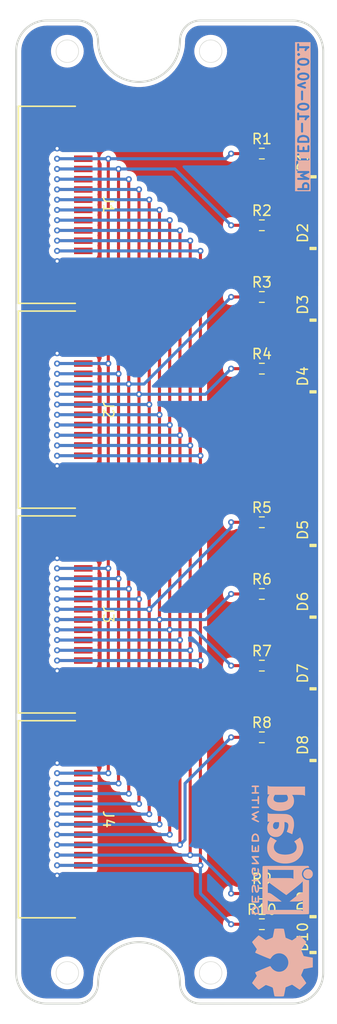
<source format=kicad_pcb>
(kicad_pcb (version 20240108) (generator "pcbnew") (generator_version "8.0")
  (title_block (title "${article} v${version}"))
  (layers (0 "F.Cu" signal) (31 "B.Cu" signal) (34 "B.Paste" user) (35 "F.Paste" user) (36 "B.SilkS" user "B.Silkscreen") (37 "F.SilkS" user "F.Silkscreen") (38 "B.Mask" user) (39 "F.Mask" user) (44 "Edge.Cuts" user))
  (property "article" "PM_LED-10")
  (property "version" "0.0.1")
  (net 0 "")
  (net 1 "GND")
  (net 2 "Net-(D9-A)")
  (net 3 "Net-(D10-A)")
  (net 4 "Net-(D1-A)")
  (net 5 "Net-(D2-A)")
  (net 6 "Net-(D3-A)")
  (net 7 "Net-(D4-A)")
  (net 8 "Net-(D5-A)")
  (net 9 "Net-(D6-A)")
  (net 10 "Net-(D7-A)")
  (net 11 "Net-(D8-A)")
  (net 12 "/LED2")
  (net 13 "/LED3")
  (net 14 "/LED4")
  (net 15 "/LED7")
  (net 16 "/LED5")
  (net 17 "/LED0")
  (net 18 "/LED1")
  (net 19 "/LED6")
  (net 20 "/LED9")
  (net 21 "/LED8")
  (footprint "Resistor_SMD:R_0603_1608Metric" (layer "F.Cu") (at 74.8 101.8)
    (property "Reference" "R5" (at 0 -1.43 0) (layer "F.SilkS"))
    (property "Value" "R")
    (pad "1" smd roundrect (at -0.825 0) (size 0.8 0.95) (layers "F.Cu" "F.Paste" "F.Mask") (net 14 "/LED4"))
    (pad "2" smd roundrect (at 0.825 0) (size 0.8 0.95) (layers "F.Cu" "F.Paste" "F.Mask") (net 8 "Net-(D5-A)"))
  )
  (footprint "kicad_inventree_lib:MountingHole_M2" (layer "F.Cu") (at 55.8 145.8)
    (property "Reference" "H4" (hide yes))
    (property "Value" "MountingHole_M2")
    (fp_circle (center 0 0) (end 1.1 0) (stroke (width 0.05)) (fill none) (layer "Edge.Cuts"))
  )
  (footprint "Resistor_SMD:R_0603_1608Metric" (layer "F.Cu") (at 74.8 141.05)
    (property "Reference" "R10" (at 0 -1.43 0) (layer "F.SilkS"))
    (property "Value" "R")
    (pad "1" smd roundrect (at -0.825 0) (size 0.8 0.95) (layers "F.Cu" "F.Paste" "F.Mask") (net 20 "/LED9"))
    (pad "2" smd roundrect (at 0.825 0) (size 0.8 0.95) (layers "F.Cu" "F.Paste" "F.Mask") (net 3 "Net-(D10-A)"))
  )
  (footprint "kicad_inventree_lib:XL-1606" (layer "F.Cu") (at 79.8 73.55 90)
    (property "Reference" "D2" (at 0 -1 90) (layer "F.SilkS"))
    (property "Value" "XL-1606SYGC" (hide yes))
    (pad "1" smd rect (at -0.815 0 90) (size 0.77 0.48) (layers "F.Cu" "F.Paste" "F.Mask") (net 1 "GND"))
    (pad "2" smd rect (at 0.815 0 90) (size 0.77 0.48) (layers "F.Cu" "F.Paste" "F.Mask") (net 5 "Net-(D2-A)"))
  )
  (footprint "kicad_inventree_lib:XL-1606" (layer "F.Cu") (at 79.8 80.55 90)
    (property "Reference" "D3" (at 0 -1 90) (layer "F.SilkS"))
    (property "Value" "XL-1606SYGC" (hide yes))
    (pad "1" smd rect (at -0.815 0 90) (size 0.77 0.48) (layers "F.Cu" "F.Paste" "F.Mask") (net 1 "GND"))
    (pad "2" smd rect (at 0.815 0 90) (size 0.77 0.48) (layers "F.Cu" "F.Paste" "F.Mask") (net 6 "Net-(D3-A)"))
  )
  (footprint "Resistor_SMD:R_0603_1608Metric" (layer "F.Cu") (at 74.8 138.05)
    (property "Reference" "R9" (at 0 -1.43 0) (layer "F.SilkS"))
    (property "Value" "R")
    (pad "1" smd roundrect (at -0.825 0) (size 0.8 0.95) (layers "F.Cu" "F.Paste" "F.Mask") (net 21 "/LED8"))
    (pad "2" smd roundrect (at 0.825 0) (size 0.8 0.95) (layers "F.Cu" "F.Paste" "F.Mask") (net 2 "Net-(D9-A)"))
  )
  (footprint "Resistor_SMD:R_0603_1608Metric" (layer "F.Cu") (at 74.8 79.8)
    (property "Reference" "R3" (at 0 -1.43 0) (layer "F.SilkS"))
    (property "Value" "R")
    (pad "1" smd roundrect (at -0.825 0) (size 0.8 0.95) (layers "F.Cu" "F.Paste" "F.Mask") (net 12 "/LED2"))
    (pad "2" smd roundrect (at 0.825 0) (size 0.8 0.95) (layers "F.Cu" "F.Paste" "F.Mask") (net 6 "Net-(D3-A)"))
  )
  (footprint "Resistor_SMD:R_0603_1608Metric" (layer "F.Cu") (at 74.8 86.8)
    (property "Reference" "R4" (at 0 -1.43 0) (layer "F.SilkS"))
    (property "Value" "R")
    (pad "1" smd roundrect (at -0.825 0) (size 0.8 0.95) (layers "F.Cu" "F.Paste" "F.Mask") (net 13 "/LED3"))
    (pad "2" smd roundrect (at 0.825 0) (size 0.8 0.95) (layers "F.Cu" "F.Paste" "F.Mask") (net 7 "Net-(D4-A)"))
  )
  (footprint "kicad_inventree_lib:CONN10_AFA07-S12_JUS" (layer "F.Cu") (at 53.8 70.8 -90)
    (property "Reference" "J1" (at 0 -6 -90) (layer "F.SilkS"))
    (property "Value" "AFA07-S12FCC-00")
    (pad "1" smd rect (at -5.499992 -3.556 270) (size 0.635 1.8034) (layers "F.Cu" "F.Paste" "F.Mask") (net 1 "GND"))
    (pad "2" smd rect (at -4.499994 -3.556 270) (size 0.635 1.8034) (layers "F.Cu" "F.Paste" "F.Mask") (net 17 "/LED0"))
    (pad "3" smd rect (at -3.499996 -3.556 270) (size 0.635 1.8034) (layers "F.Cu" "F.Paste" "F.Mask") (net 18 "/LED1"))
    (pad "4" smd rect (at -2.499998 -3.556 270) (size 0.635 1.8034) (layers "F.Cu" "F.Paste" "F.Mask") (net 12 "/LED2"))
    (pad "5" smd rect (at -1.5 -3.556 270) (size 0.635 1.8034) (layers "F.Cu" "F.Paste" "F.Mask") (net 13 "/LED3"))
    (pad "6" smd rect (at -0.5 -3.556 270) (size 0.635 1.8034) (layers "F.Cu" "F.Paste" "F.Mask") (net 14 "/LED4"))
    (pad "7" smd rect (at 0.5 -3.556 270) (size 0.635 1.8034) (layers "F.Cu" "F.Paste" "F.Mask") (net 16 "/LED5"))
    (pad "8" smd rect (at 1.5 -3.556 270) (size 0.635 1.8034) (layers "F.Cu" "F.Paste" "F.Mask") (net 19 "/LED6"))
    (pad "9" smd rect (at 2.499998 -3.556 270) (size 0.635 1.8034) (layers "F.Cu" "F.Paste" "F.Mask") (net 15 "/LED7"))
    (pad "10" smd rect (at 3.499996 -3.556 270) (size 0.635 1.8034) (layers "F.Cu" "F.Paste" "F.Mask") (net 21 "/LED8"))
    (pad "11" smd rect (at 4.499994 -3.556 270) (size 0.635 1.8034) (layers "F.Cu" "F.Paste" "F.Mask") (net 20 "/LED9"))
    (pad "12" smd rect (at 5.499992 -3.556 270) (size 0.635 1.8034) (layers "F.Cu" "F.Paste" "F.Mask") (net 1 "GND"))
    (pad "13" smd rect (at -7.850003 -1.385999 270) (size 2.5908 2.9972) (layers "F.Cu" "F.Paste" "F.Mask") (net 1 "GND"))
    (pad "13" smd rect (at 7.850003 -1.385999 270) (size 2.5908 2.9972) (layers "F.Cu" "F.Paste" "F.Mask") (net 1 "GND"))
  )
  (footprint "kicad_inventree_lib:XL-1606" (layer "F.Cu") (at 79.8 123.55 90)
    (property "Reference" "D8" (at 0 -1 90) (layer "F.SilkS"))
    (property "Value" "XL-1606SYGC" (hide yes))
    (pad "1" smd rect (at -0.815 0 90) (size 0.77 0.48) (layers "F.Cu" "F.Paste" "F.Mask") (net 1 "GND"))
    (pad "2" smd rect (at 0.815 0 90) (size 0.77 0.48) (layers "F.Cu" "F.Paste" "F.Mask") (net 11 "Net-(D8-A)"))
  )
  (footprint "Resistor_SMD:R_0603_1608Metric" (layer "F.Cu") (at 74.8 115.8)
    (property "Reference" "R7" (at 0 -1.43 0) (layer "F.SilkS"))
    (property "Value" "R")
    (pad "1" smd roundrect (at -0.825 0) (size 0.8 0.95) (layers "F.Cu" "F.Paste" "F.Mask") (net 19 "/LED6"))
    (pad "2" smd roundrect (at 0.825 0) (size 0.8 0.95) (layers "F.Cu" "F.Paste" "F.Mask") (net 10 "Net-(D7-A)"))
  )
  (footprint "kicad_inventree_lib:MountingHole_M2" (layer "F.Cu") (at 69.8 145.8)
    (property "Reference" "H3" (hide yes))
    (property "Value" "MountingHole_M2")
    (fp_circle (center 0 0) (end 1.1 0) (stroke (width 0.05)) (fill none) (layer "Edge.Cuts"))
  )
  (footprint "kicad_inventree_lib:XL-1606" (layer "F.Cu") (at 79.8 116.55 90)
    (property "Reference" "D7" (at 0 -1 90) (layer "F.SilkS"))
    (property "Value" "XL-1606SYGC" (hide yes))
    (pad "1" smd rect (at -0.815 0 90) (size 0.77 0.48) (layers "F.Cu" "F.Paste" "F.Mask") (net 1 "GND"))
    (pad "2" smd rect (at 0.815 0 90) (size 0.77 0.48) (layers "F.Cu" "F.Paste" "F.Mask") (net 10 "Net-(D7-A)"))
  )
  (footprint "kicad_inventree_lib:XL-1606" (layer "F.Cu") (at 79.8 138.8 90)
    (property "Reference" "D9" (at 0 -1 90) (layer "F.SilkS"))
    (property "Value" "XL-1606SYGC" (hide yes))
    (pad "1" smd rect (at -0.815 0 90) (size 0.77 0.48) (layers "F.Cu" "F.Paste" "F.Mask") (net 1 "GND"))
    (pad "2" smd rect (at 0.815 0 90) (size 0.77 0.48) (layers "F.Cu" "F.Paste" "F.Mask") (net 2 "Net-(D9-A)"))
  )
  (footprint "kicad_inventree_lib:XL-1606" (layer "F.Cu") (at 79.8 66.55 90)
    (property "Reference" "D1" (at 0 -1 90) (layer "F.SilkS"))
    (property "Value" "XL-1606SYGC" (hide yes))
    (pad "1" smd rect (at -0.815 0 90) (size 0.77 0.48) (layers "F.Cu" "F.Paste" "F.Mask") (net 1 "GND"))
    (pad "2" smd rect (at 0.815 0 90) (size 0.77 0.48) (layers "F.Cu" "F.Paste" "F.Mask") (net 4 "Net-(D1-A)"))
  )
  (footprint "kicad_inventree_lib:XL-1606" (layer "F.Cu") (at 79.8 87.55 90)
    (property "Reference" "D4" (at 0 -1 90) (layer "F.SilkS"))
    (property "Value" "XL-1606SYGC" (hide yes))
    (pad "1" smd rect (at -0.815 0 90) (size 0.77 0.48) (layers "F.Cu" "F.Paste" "F.Mask") (net 1 "GND"))
    (pad "2" smd rect (at 0.815 0 90) (size 0.77 0.48) (layers "F.Cu" "F.Paste" "F.Mask") (net 7 "Net-(D4-A)"))
  )
  (footprint "Resistor_SMD:R_0603_1608Metric" (layer "F.Cu") (at 74.8 122.8)
    (property "Reference" "R8" (at 0 -1.43 0) (layer "F.SilkS"))
    (property "Value" "R")
    (pad "1" smd roundrect (at -0.825 0) (size 0.8 0.95) (layers "F.Cu" "F.Paste" "F.Mask") (net 15 "/LED7"))
    (pad "2" smd roundrect (at 0.825 0) (size 0.8 0.95) (layers "F.Cu" "F.Paste" "F.Mask") (net 11 "Net-(D8-A)"))
  )
  (footprint "kicad_inventree_lib:XL-1606" (layer "F.Cu") (at 79.8 142.3 90)
    (property "Reference" "D10" (at 0 -1 90) (layer "F.SilkS"))
    (property "Value" "XL-1606SYGC" (hide yes))
    (pad "1" smd rect (at -0.815 0 90) (size 0.77 0.48) (layers "F.Cu" "F.Paste" "F.Mask") (net 1 "GND"))
    (pad "2" smd rect (at 0.815 0 90) (size 0.77 0.48) (layers "F.Cu" "F.Paste" "F.Mask") (net 3 "Net-(D10-A)"))
  )
  (footprint "Resistor_SMD:R_0603_1608Metric" (layer "F.Cu") (at 74.8 108.8)
    (property "Reference" "R6" (at 0 -1.43 0) (layer "F.SilkS"))
    (property "Value" "R")
    (pad "1" smd roundrect (at -0.825 0) (size 0.8 0.95) (layers "F.Cu" "F.Paste" "F.Mask") (net 16 "/LED5"))
    (pad "2" smd roundrect (at 0.825 0) (size 0.8 0.95) (layers "F.Cu" "F.Paste" "F.Mask") (net 9 "Net-(D6-A)"))
  )
  (footprint "kicad_inventree_lib:MountingHole_M2" (layer "F.Cu") (at 69.8 55.8)
    (property "Reference" "H1" (hide yes))
    (property "Value" "MountingHole_M2")
    (fp_circle (center 0 0) (end 1.1 0) (stroke (width 0.05)) (fill none) (layer "Edge.Cuts"))
  )
  (footprint "kicad_inventree_lib:CONN10_AFA07-S12_JUS" (layer "F.Cu") (at 53.8 110.8 -90)
    (property "Reference" "J3" (at 0 -6 -90) (layer "F.SilkS"))
    (property "Value" "AFA07-S12FCC-00")
    (pad "1" smd rect (at -5.499992 -3.556 270) (size 0.635 1.8034) (layers "F.Cu" "F.Paste" "F.Mask") (net 1 "GND"))
    (pad "2" smd rect (at -4.499994 -3.556 270) (size 0.635 1.8034) (layers "F.Cu" "F.Paste" "F.Mask") (net 17 "/LED0"))
    (pad "3" smd rect (at -3.499996 -3.556 270) (size 0.635 1.8034) (layers "F.Cu" "F.Paste" "F.Mask") (net 18 "/LED1"))
    (pad "4" smd rect (at -2.499998 -3.556 270) (size 0.635 1.8034) (layers "F.Cu" "F.Paste" "F.Mask") (net 12 "/LED2"))
    (pad "5" smd rect (at -1.5 -3.556 270) (size 0.635 1.8034) (layers "F.Cu" "F.Paste" "F.Mask") (net 13 "/LED3"))
    (pad "6" smd rect (at -0.5 -3.556 270) (size 0.635 1.8034) (layers "F.Cu" "F.Paste" "F.Mask") (net 14 "/LED4"))
    (pad "7" smd rect (at 0.5 -3.556 270) (size 0.635 1.8034) (layers "F.Cu" "F.Paste" "F.Mask") (net 16 "/LED5"))
    (pad "8" smd rect (at 1.5 -3.556 270) (size 0.635 1.8034) (layers "F.Cu" "F.Paste" "F.Mask") (net 19 "/LED6"))
    (pad "9" smd rect (at 2.499998 -3.556 270) (size 0.635 1.8034) (layers "F.Cu" "F.Paste" "F.Mask") (net 15 "/LED7"))
    (pad "10" smd rect (at 3.499996 -3.556 270) (size 0.635 1.8034) (layers "F.Cu" "F.Paste" "F.Mask") (net 21 "/LED8"))
    (pad "11" smd rect (at 4.499994 -3.556 270) (size 0.635 1.8034) (layers "F.Cu" "F.Paste" "F.Mask") (net 20 "/LED9"))
    (pad "12" smd rect (at 5.499992 -3.556 270) (size 0.635 1.8034) (layers "F.Cu" "F.Paste" "F.Mask") (net 1 "GND"))
    (pad "13" smd rect (at -7.850003 -1.385999 270) (size 2.5908 2.9972) (layers "F.Cu" "F.Paste" "F.Mask") (net 1 "GND"))
    (pad "13" smd rect (at 7.850003 -1.385999 270) (size 2.5908 2.9972) (layers "F.Cu" "F.Paste" "F.Mask") (net 1 "GND"))
  )
  (footprint "Resistor_SMD:R_0603_1608Metric" (layer "F.Cu") (at 74.8 65.8)
    (property "Reference" "R1" (at 0 -1.43 0) (layer "F.SilkS"))
    (property "Value" "R")
    (pad "1" smd roundrect (at -0.825 0) (size 0.8 0.95) (layers "F.Cu" "F.Paste" "F.Mask") (net 17 "/LED0"))
    (pad "2" smd roundrect (at 0.825 0) (size 0.8 0.95) (layers "F.Cu" "F.Paste" "F.Mask") (net 4 "Net-(D1-A)"))
  )
  (footprint "Resistor_SMD:R_0603_1608Metric" (layer "F.Cu") (at 74.8 72.8)
    (property "Reference" "R2" (at 0 -1.43 0) (layer "F.SilkS"))
    (property "Value" "R")
    (pad "1" smd roundrect (at -0.825 0) (size 0.8 0.95) (layers "F.Cu" "F.Paste" "F.Mask") (net 18 "/LED1"))
    (pad "2" smd roundrect (at 0.825 0) (size 0.8 0.95) (layers "F.Cu" "F.Paste" "F.Mask") (net 5 "Net-(D2-A)"))
  )
  (footprint "kicad_inventree_lib:CONN10_AFA07-S12_JUS" (layer "F.Cu") (at 53.8 90.8 -90)
    (property "Reference" "J2" (at 0 -6 -90) (layer "F.SilkS"))
    (property "Value" "AFA07-S12FCC-00")
    (pad "1" smd rect (at -5.499992 -3.556 270) (size 0.635 1.8034) (layers "F.Cu" "F.Paste" "F.Mask") (net 1 "GND"))
    (pad "2" smd rect (at -4.499994 -3.556 270) (size 0.635 1.8034) (layers "F.Cu" "F.Paste" "F.Mask") (net 17 "/LED0"))
    (pad "3" smd rect (at -3.499996 -3.556 270) (size 0.635 1.8034) (layers "F.Cu" "F.Paste" "F.Mask") (net 18 "/LED1"))
    (pad "4" smd rect (at -2.499998 -3.556 270) (size 0.635 1.8034) (layers "F.Cu" "F.Paste" "F.Mask") (net 12 "/LED2"))
    (pad "5" smd rect (at -1.5 -3.556 270) (size 0.635 1.8034) (layers "F.Cu" "F.Paste" "F.Mask") (net 13 "/LED3"))
    (pad "6" smd rect (at -0.5 -3.556 270) (size 0.635 1.8034) (layers "F.Cu" "F.Paste" "F.Mask") (net 14 "/LED4"))
    (pad "7" smd rect (at 0.5 -3.556 270) (size 0.635 1.8034) (layers "F.Cu" "F.Paste" "F.Mask") (net 16 "/LED5"))
    (pad "8" smd rect (at 1.5 -3.556 270) (size 0.635 1.8034) (layers "F.Cu" "F.Paste" "F.Mask") (net 19 "/LED6"))
    (pad "9" smd rect (at 2.499998 -3.556 270) (size 0.635 1.8034) (layers "F.Cu" "F.Paste" "F.Mask") (net 15 "/LED7"))
    (pad "10" smd rect (at 3.499996 -3.556 270) (size 0.635 1.8034) (layers "F.Cu" "F.Paste" "F.Mask") (net 21 "/LED8"))
    (pad "11" smd rect (at 4.499994 -3.556 270) (size 0.635 1.8034) (layers "F.Cu" "F.Paste" "F.Mask") (net 20 "/LED9"))
    (pad "12" smd rect (at 5.499992 -3.556 270) (size 0.635 1.8034) (layers "F.Cu" "F.Paste" "F.Mask") (net 1 "GND"))
    (pad "13" smd rect (at -7.850003 -1.385999 270) (size 2.5908 2.9972) (layers "F.Cu" "F.Paste" "F.Mask") (net 1 "GND"))
    (pad "13" smd rect (at 7.850003 -1.385999 270) (size 2.5908 2.9972) (layers "F.Cu" "F.Paste" "F.Mask") (net 1 "GND"))
  )
  (footprint "kicad_inventree_lib:XL-1606" (layer "F.Cu") (at 79.8 109.55 90)
    (property "Reference" "D6" (at 0 -1 90) (layer "F.SilkS"))
    (property "Value" "XL-1606SYGC" (hide yes))
    (pad "1" smd rect (at -0.815 0 90) (size 0.77 0.48) (layers "F.Cu" "F.Paste" "F.Mask") (net 1 "GND"))
    (pad "2" smd rect (at 0.815 0 90) (size 0.77 0.48) (layers "F.Cu" "F.Paste" "F.Mask") (net 9 "Net-(D6-A)"))
  )
  (footprint "kicad_inventree_lib:CONN10_AFA07-S12_JUS" (layer "F.Cu") (at 53.8 130.8 -90)
    (property "Reference" "J4" (at 0 -6 -90) (layer "F.SilkS"))
    (property "Value" "AFA07-S12FCC-00")
    (pad "1" smd rect (at -5.499992 -3.556 270) (size 0.635 1.8034) (layers "F.Cu" "F.Paste" "F.Mask") (net 1 "GND"))
    (pad "2" smd rect (at -4.499994 -3.556 270) (size 0.635 1.8034) (layers "F.Cu" "F.Paste" "F.Mask") (net 17 "/LED0"))
    (pad "3" smd rect (at -3.499996 -3.556 270) (size 0.635 1.8034) (layers "F.Cu" "F.Paste" "F.Mask") (net 18 "/LED1"))
    (pad "4" smd rect (at -2.499998 -3.556 270) (size 0.635 1.8034) (layers "F.Cu" "F.Paste" "F.Mask") (net 12 "/LED2"))
    (pad "5" smd rect (at -1.5 -3.556 270) (size 0.635 1.8034) (layers "F.Cu" "F.Paste" "F.Mask") (net 13 "/LED3"))
    (pad "6" smd rect (at -0.5 -3.556 270) (size 0.635 1.8034) (layers "F.Cu" "F.Paste" "F.Mask") (net 14 "/LED4"))
    (pad "7" smd rect (at 0.5 -3.556 270) (size 0.635 1.8034) (layers "F.Cu" "F.Paste" "F.Mask") (net 16 "/LED5"))
    (pad "8" smd rect (at 1.5 -3.556 270) (size 0.635 1.8034) (layers "F.Cu" "F.Paste" "F.Mask") (net 19 "/LED6"))
    (pad "9" smd rect (at 2.499998 -3.556 270) (size 0.635 1.8034) (layers "F.Cu" "F.Paste" "F.Mask") (net 15 "/LED7"))
    (pad "10" smd rect (at 3.499996 -3.556 270) (size 0.635 1.8034) (layers "F.Cu" "F.Paste" "F.Mask") (net 21 "/LED8"))
    (pad "11" smd rect (at 4.499994 -3.556 270) (size 0.635 1.8034) (layers "F.Cu" "F.Paste" "F.Mask") (net 20 "/LED9"))
    (pad "12" smd rect (at 5.499992 -3.556 270) (size 0.635 1.8034) (layers "F.Cu" "F.Paste" "F.Mask") (net 1 "GND"))
    (pad "13" smd rect (at -7.850003 -1.385999 270) (size 2.5908 2.9972) (layers "F.Cu" "F.Paste" "F.Mask") (net 1 "GND"))
    (pad "13" smd rect (at 7.850003 -1.385999 270) (size 2.5908 2.9972) (layers "F.Cu" "F.Paste" "F.Mask") (net 1 "GND"))
  )
  (footprint "kicad_inventree_lib:XL-1606" (layer "F.Cu") (at 79.8 102.55 90)
    (property "Reference" "D5" (at 0 -1 90) (layer "F.SilkS"))
    (property "Value" "XL-1606SYGC" (hide yes))
    (pad "1" smd rect (at -0.815 0 90) (size 0.77 0.48) (layers "F.Cu" "F.Paste" "F.Mask") (net 1 "GND"))
    (pad "2" smd rect (at 0.815 0 90) (size 0.77 0.48) (layers "F.Cu" "F.Paste" "F.Mask") (net 8 "Net-(D5-A)"))
  )
  (footprint "kicad_inventree_lib:MountingHole_M2" (layer "F.Cu") (at 55.8 55.8)
    (property "Reference" "H2" (hide yes))
    (property "Value" "MountingHole_M2")
    (fp_circle (center 0 0) (end 1.1 0) (stroke (width 0.05)) (fill none) (layer "Edge.Cuts"))
  )
  (footprint "Symbol:OSHW-Symbol_6.7x6mm_SilkScreen" (layer "B.Cu") (at 76.8 144.8 90)
    (property "Reference" "REF**" (hide yes))
    (property "Value" "OSHW-Symbol_6.7x6mm_SilkScreen" (hide yes))
  )
  (footprint "Symbol:KiCad-Logo2_5mm_SilkScreen" (layer "B.Cu") (at 76.8 133.8 90)
    (property "Reference" "Logo_kicad" (hide yes))
    (property "Value" "KiCad-Logo2_5mm_SilkScreen" (hide yes))
  )
  (gr_line (start 80.795708 145.8) (end 80.795708 55.8) (stroke (width 0.2)) (layer "Edge.Cuts"))
  (gr_arc (start 50.8 55.8) (mid 51.67868 53.67868) (end 53.8 52.8) (stroke (width 0.2)) (layer "Edge.Cuts"))
  (gr_arc (start 58.8 146.8) (mid 62.8 142.8) (end 66.8 146.8) (stroke (width 0.2)) (layer "Edge.Cuts"))
  (gr_arc (start 56.8 52.8) (mid 58.214214 53.385786) (end 58.8 54.8) (stroke (width 0.2)) (layer "Edge.Cuts"))
  (gr_line (start 53.8 148.8) (end 56.8 148.8) (stroke (width 0.2)) (layer "Edge.Cuts"))
  (gr_arc (start 58.8 146.8) (mid 58.214214 148.214214) (end 56.8 148.8) (stroke (width 0.2)) (layer "Edge.Cuts"))
  (gr_arc (start 66.8 54.8) (mid 62.8 58.8) (end 58.8 54.8) (stroke (width 0.2)) (layer "Edge.Cuts"))
  (gr_line (start 50.8 55.8) (end 50.8 145.8) (stroke (width 0.2)) (layer "Edge.Cuts"))
  (gr_arc (start 53.8 148.8) (mid 51.67868 147.92132) (end 50.8 145.8) (stroke (width 0.2)) (layer "Edge.Cuts"))
  (gr_line (start 68.8 148.8) (end 77.8 148.795708) (stroke (width 0.2)) (layer "Edge.Cuts"))
  (gr_line (start 68.8 52.8) (end 77.8 52.804292) (stroke (width 0.2)) (layer "Edge.Cuts"))
  (gr_arc (start 77.8 52.804292) (mid 79.918285 53.681715) (end 80.795708 55.8) (stroke (width 0.2)) (layer "Edge.Cuts"))
  (gr_line (start 53.8 52.8) (end 56.8 52.8) (stroke (width 0.2)) (layer "Edge.Cuts"))
  (gr_arc (start 66.8 54.8) (mid 67.385786 53.385786) (end 68.8 52.8) (stroke (width 0.2)) (layer "Edge.Cuts"))
  (gr_arc (start 68.8 148.8) (mid 67.385786 148.214214) (end 66.8 146.8) (stroke (width 0.2)) (layer "Edge.Cuts"))
  (gr_arc (start 80.795708 145.8) (mid 79.918285 147.918285) (end 77.8 148.795708) (stroke (width 0.2)) (layer "Edge.Cuts"))
  (gr_text "${article}-v${version}" (at 78.8 54.8 270) (layer "B.SilkS" knockout) (effects (font (size 1 1) (thickness 0.2) (bold yes)) (justify right mirror)))
  (via (at 54.8 105.3) (size 0.6) (drill 0.3) (layers "F.Cu" "B.Cu") (net 1))
  (via (at 54.8 65.3) (size 0.6) (drill 0.3) (layers "F.Cu" "B.Cu") (net 1))
  (via (at 54.8 96.3) (size 0.6) (drill 0.3) (layers "F.Cu" "B.Cu") (net 1))
  (via (at 54.8 116.3) (size 0.6) (drill 0.3) (layers "F.Cu" "B.Cu") (net 1))
  (via (at 54.8 85.3) (size 0.6) (drill 0.3) (layers "F.Cu" "B.Cu") (net 1))
  (via (at 54.8 125.3) (size 0.6) (drill 0.3) (layers "F.Cu" "B.Cu") (net 1))
  (via (at 54.8 136.3) (size 0.6) (drill 0.3) (layers "F.Cu" "B.Cu") (net 1))
  (via (at 54.8 76.3) (size 0.6) (drill 0.3) (layers "F.Cu" "B.Cu") (net 1))
  (segment (start 79.735 138.05) (end 79.8 137.985) (width 0.3) (layer "F.Cu") (net 2))
  (segment (start 75.625 138.05) (end 79.735 138.05) (width 0.3) (layer "F.Cu") (net 2))
  (segment (start 75.625 141.05) (end 79.365 141.05) (width 0.3) (layer "F.Cu") (net 3))
  (segment (start 79.365 141.05) (end 79.8 141.485) (width 0.3) (layer "F.Cu") (net 3))
  (segment (start 79.735 65.8) (end 79.8 65.735) (width 0.3) (layer "F.Cu") (net 4))
  (segment (start 75.625 65.8) (end 79.735 65.8) (width 0.3) (layer "F.Cu") (net 4))
  (segment (start 79.735 72.8) (end 79.8 72.735) (width 0.3) (layer "F.Cu") (net 5))
  (segment (start 75.625 72.8) (end 79.735 72.8) (width 0.3) (layer "F.Cu") (net 5))
  (segment (start 75.625 79.8) (end 79.735 79.8) (width 0.3) (layer "F.Cu") (net 6))
  (segment (start 79.735 79.8) (end 79.8 79.735) (width 0.3) (layer "F.Cu") (net 6))
  (segment (start 75.625 86.8) (end 79.735 86.8) (width 0.3) (layer "F.Cu") (net 7))
  (segment (start 79.735 86.8) (end 79.8 86.735) (width 0.3) (layer "F.Cu") (net 7))
  (segment (start 75.625 101.8) (end 79.735 101.8) (width 0.3) (layer "F.Cu") (net 8))
  (segment (start 79.735 101.8) (end 79.8 101.735) (width 0.3) (layer "F.Cu") (net 8))
  (segment (start 75.625 108.8) (end 79.735 108.8) (width 0.3) (layer "F.Cu") (net 9))
  (segment (start 79.735 108.8) (end 79.8 108.735) (width 0.3) (layer "F.Cu") (net 9))
  (segment (start 75.625 115.8) (end 79.735 115.8) (width 0.3) (layer "F.Cu") (net 10))
  (segment (start 79.735 115.8) (end 79.8 115.735) (width 0.3) (layer "F.Cu") (net 10))
  (segment (start 75.625 122.8) (end 79.735 122.8) (width 0.3) (layer "F.Cu") (net 11))
  (segment (start 79.735 122.8) (end 79.8 122.735) (width 0.3) (layer "F.Cu") (net 11))
  (segment (start 71.8 79.8) (end 73.975 79.8) (width 0.3) (layer "F.Cu") (net 12))
  (segment (start 61.8 108.3) (end 61.8 128.3) (width 0.3) (layer "F.Cu") (net 12))
  (segment (start 61.8 88.3) (end 61.8 108.3) (width 0.3) (layer "F.Cu") (net 12))
  (segment (start 54.8 128.3) (end 57.355994 128.3) (width 0.3) (layer "F.Cu") (net 12))
  (segment (start 61.8 68.3) (end 61.8 88.3) (width 0.3) (layer "F.Cu") (net 12))
  (segment (start 54.8 108.3) (end 57.355994 108.3) (width 0.3) (layer "F.Cu") (net 12))
  (segment (start 54.8 68.3) (end 57.355994 68.3) (width 0.3) (layer "F.Cu") (net 12))
  (segment (start 54.8 88.3) (end 57.355994 88.3) (width 0.3) (layer "F.Cu") (net 12))
  (via (at 61.8 88.3) (size 0.6) (drill 0.3) (layers "F.Cu" "B.Cu") (net 12))
  (via (at 54.8 128.3) (size 0.6) (drill 0.3) (layers "F.Cu" "B.Cu") (net 12))
  (via (at 54.8 88.3) (size 0.6) (drill 0.3) (layers "F.Cu" "B.Cu") (net 12))
  (via (at 61.8 68.3) (size 0.6) (drill 0.3) (layers "F.Cu" "B.Cu") (net 12))
  (via (at 54.8 108.3) (size 0.6) (drill 0.3) (layers "F.Cu" "B.Cu") (net 12))
  (via (at 54.8 68.3) (size 0.6) (drill 0.3) (layers "F.Cu" "B.Cu") (net 12))
  (via (at 61.8 108.3) (size 0.6) (drill 0.3) (layers "F.Cu" "B.Cu") (net 12))
  (via (at 71.8 79.8) (size 0.6) (drill 0.3) (layers "F.Cu" "B.Cu") (net 12))
  (via (at 61.8 128.3) (size 0.6) (drill 0.3) (layers "F.Cu" "B.Cu") (net 12))
  (segment (start 61.8 108.3) (end 54.8 108.3) (width 0.3) (layer "B.Cu") (net 12))
  (segment (start 61.8 128.3) (end 54.8 128.3) (width 0.3) (layer "B.Cu") (net 12))
  (segment (start 61.8 88.3) (end 63.3 88.3) (width 0.3) (layer "B.Cu") (net 12))
  (segment (start 63.3 88.3) (end 71.8 79.8) (width 0.3) (layer "B.Cu") (net 12))
  (segment (start 61.8 68.3) (end 54.8 68.3) (width 0.3) (layer "B.Cu") (net 12))
  (segment (start 61.8 88.3) (end 54.8 88.3) (width 0.3) (layer "B.Cu") (net 12))
  (segment (start 62.8 69.3) (end 62.8 89.3) (width 0.3) (layer "F.Cu") (net 13))
  (segment (start 54.8 89.3) (end 57.355994 89.3) (width 0.3) (layer "F.Cu") (net 13))
  (segment (start 71.8 86.8) (end 73.975 86.8) (width 0.3) (layer "F.Cu") (net 13))
  (segment (start 54.8 129.3) (end 57.355994 129.3) (width 0.3) (layer "F.Cu") (net 13))
  (segment (start 54.8 69.3) (end 57.355994 69.3) (width 0.3) (layer "F.Cu") (net 13))
  (segment (start 54.8 109.3) (end 57.355994 109.3) (width 0.3) (layer "F.Cu") (net 13))
  (segment (start 62.8 109.3) (end 62.8 129.3) (width 0.3) (layer "F.Cu") (net 13))
  (segment (start 62.8 89.3) (end 62.8 109.3) (width 0.3) (layer "F.Cu") (net 13))
  (via (at 54.8 129.3) (size 0.6) (drill 0.3) (layers "F.Cu" "B.Cu") (net 13))
  (via (at 54.8 89.3) (size 0.6) (drill 0.3) (layers "F.Cu" "B.Cu") (net 13))
  (via (at 54.8 109.3) (size 0.6) (drill 0.3) (layers "F.Cu" "B.Cu") (net 13))
  (via (at 54.8 69.3) (size 0.6) (drill 0.3) (layers "F.Cu" "B.Cu") (net 13))
  (via (at 62.8 109.3) (size 0.6) (drill 0.3) (layers "F.Cu" "B.Cu") (net 13))
  (via (at 62.8 69.3) (size 0.6) (drill 0.3) (layers "F.Cu" "B.Cu") (net 13))
  (via (at 71.8 86.8) (size 0.6) (drill 0.3) (layers "F.Cu" "B.Cu") (net 13))
  (via (at 62.8 89.3) (size 0.6) (drill 0.3) (layers "F.Cu" "B.Cu") (net 13))
  (via (at 62.8 129.3) (size 0.6) (drill 0.3) (layers "F.Cu" "B.Cu") (net 13))
  (segment (start 62.8 89.3) (end 69.3 89.3) (width 0.3) (layer "B.Cu") (net 13))
  (segment (start 69.3 89.3) (end 71.8 86.8) (width 0.3) (layer "B.Cu") (net 13))
  (segment (start 62.8 89.3) (end 54.8 89.3) (width 0.3) (layer "B.Cu") (net 13))
  (segment (start 62.8 69.3) (end 54.8 69.3) (width 0.3) (layer "B.Cu") (net 13))
  (segment (start 62.8 129.3) (end 54.8 129.3) (width 0.3) (layer "B.Cu") (net 13))
  (segment (start 62.8 109.3) (end 54.8 109.3) (width 0.3) (layer "B.Cu") (net 13))
  (segment (start 54.8 110.3) (end 57.355994 110.3) (width 0.3) (layer "F.Cu") (net 14))
  (segment (start 63.8 70.3) (end 63.8 90.3) (width 0.3) (layer "F.Cu") (net 14))
  (segment (start 54.8 70.3) (end 57.355994 70.3) (width 0.3) (layer "F.Cu") (net 14))
  (segment (start 54.8 90.3) (end 57.355994 90.3) (width 0.3) (layer "F.Cu") (net 14))
  (segment (start 63.8 110.3) (end 63.8 130.3) (width 0.3) (layer "F.Cu") (net 14))
  (segment (start 54.8 130.3) (end 57.355994 130.3) (width 0.3) (layer "F.Cu") (net 14))
  (segment (start 63.8 90.3) (end 63.8 110.3) (width 0.3) (layer "F.Cu") (net 14))
  (segment (start 71.8 101.8) (end 73.975 101.8) (width 0.3) (layer "F.Cu") (net 14))
  (via (at 54.8 130.3) (size 0.6) (drill 0.3) (layers "F.Cu" "B.Cu") (net 14))
  (via (at 63.8 110.3) (size 0.6) (drill 0.3) (layers "F.Cu" "B.Cu") (net 14))
  (via (at 54.8 110.3) (size 0.6) (drill 0.3) (layers "F.Cu" "B.Cu") (net 14))
  (via (at 63.8 70.3) (size 0.6) (drill 0.3) (layers "F.Cu" "B.Cu") (net 14))
  (via (at 63.8 90.3) (size 0.6) (drill 0.3) (layers "F.Cu" "B.Cu") (net 14))
  (via (at 54.8 90.3) (size 0.6) (drill 0.3) (layers "F.Cu" "B.Cu") (net 14))
  (via (at 54.8 70.3) (size 0.6) (drill 0.3) (layers "F.Cu" "B.Cu") (net 14))
  (via (at 71.8 101.8) (size 0.6) (drill 0.3) (layers "F.Cu" "B.Cu") (net 14))
  (via (at 63.8 130.3) (size 0.6) (drill 0.3) (layers "F.Cu" "B.Cu") (net 14))
  (segment (start 63.8 70.3) (end 54.8 70.3) (width 0.3) (layer "B.Cu") (net 14))
  (segment (start 63.8 90.3) (end 54.8 90.3) (width 0.3) (layer "B.Cu") (net 14))
  (segment (start 63.8 110.3) (end 71.8 102.3) (width 0.3) (layer "B.Cu") (net 14))
  (segment (start 71.8 102.3) (end 71.8 101.8) (width 0.3) (layer "B.Cu") (net 14))
  (segment (start 63.8 110.3) (end 54.8 110.3) (width 0.3) (layer "B.Cu") (net 14))
  (segment (start 63.8 130.3) (end 54.8 130.3) (width 0.3) (layer "B.Cu") (net 14))
  (segment (start 71.8 122.8) (end 73.975 122.8) (width 0.3) (layer "F.Cu") (net 15))
  (segment (start 54.8 73.3) (end 57.355994 73.3) (width 0.3) (layer "F.Cu") (net 15))
  (segment (start 66.8 93.3) (end 66.8 113.3) (width 0.3) (layer "F.Cu") (net 15))
  (segment (start 54.8 133.3) (end 57.355994 133.3) (width 0.3) (layer "F.Cu") (net 15))
  (segment (start 66.8 73.3) (end 66.8 93.3) (width 0.3) (layer "F.Cu") (net 15))
  (segment (start 66.8 113.3) (end 66.8 133.3) (width 0.3) (layer "F.Cu") (net 15))
  (segment (start 54.8 93.3) (end 57.355994 93.3) (width 0.3) (layer "F.Cu") (net 15))
  (segment (start 54.8 113.3) (end 57.355994 113.3) (width 0.3) (layer "F.Cu") (net 15))
  (via (at 54.8 133.3) (size 0.6) (drill 0.3) (layers "F.Cu" "B.Cu") (net 15))
  (via (at 66.8 133.3) (size 0.6) (drill 0.3) (layers "F.Cu" "B.Cu") (net 15))
  (via (at 54.8 93.3) (size 0.6) (drill 0.3) (layers "F.Cu" "B.Cu") (net 15))
  (via (at 66.8 113.3) (size 0.6) (drill 0.3) (layers "F.Cu" "B.Cu") (net 15))
  (via (at 71.8 122.8) (size 0.6) (drill 0.3) (layers "F.Cu" "B.Cu") (net 15))
  (via (at 66.8 93.3) (size 0.6) (drill 0.3) (layers "F.Cu" "B.Cu") (net 15))
  (via (at 54.8 113.3) (size 0.6) (drill 0.3) (layers "F.Cu" "B.Cu") (net 15))
  (via (at 54.8 73.3) (size 0.6) (drill 0.3) (layers "F.Cu" "B.Cu") (net 15))
  (via (at 66.8 73.3) (size 0.6) (drill 0.3) (layers "F.Cu" "B.Cu") (net 15))
  (segment (start 66.8 113.3) (end 54.8 113.3) (width 0.3) (layer "B.Cu") (net 15))
  (segment (start 66.8 133.3) (end 54.8 133.3) (width 0.3) (layer "B.Cu") (net 15))
  (segment (start 66.8 93.3) (end 54.8 93.3) (width 0.3) (layer "B.Cu") (net 15))
  (segment (start 67.3 132.8) (end 67.3 127.3) (width 0.3) (layer "B.Cu") (net 15))
  (segment (start 67.3 127.3) (end 71.8 122.8) (width 0.3) (layer "B.Cu") (net 15))
  (segment (start 66.8 133.3) (end 67.3 132.8) (width 0.3) (layer "B.Cu") (net 15))
  (segment (start 66.8 73.3) (end 54.8 73.3) (width 0.3) (layer "B.Cu") (net 15))
  (segment (start 54.8 111.3) (end 57.355994 111.3) (width 0.3) (layer "F.Cu") (net 16))
  (segment (start 54.8 131.3) (end 57.355994 131.3) (width 0.3) (layer "F.Cu") (net 16))
  (segment (start 54.8 91.3) (end 57.355994 91.3) (width 0.3) (layer "F.Cu") (net 16))
  (segment (start 54.8 71.3) (end 57.355994 71.3) (width 0.3) (layer "F.Cu") (net 16))
  (segment (start 71.8 108.8) (end 73.975 108.8) (width 0.3) (layer "F.Cu") (net 16))
  (segment (start 64.8 71.3) (end 64.8 91.3) (width 0.3) (layer "F.Cu") (net 16))
  (segment (start 64.8 91.3) (end 64.8 111.3) (width 0.3) (layer "F.Cu") (net 16))
  (segment (start 64.8 111.3) (end 64.8 131.3) (width 0.3) (layer "F.Cu") (net 16))
  (via (at 54.8 71.3) (size 0.6) (drill 0.3) (layers "F.Cu" "B.Cu") (net 16))
  (via (at 64.8 91.3) (size 0.6) (drill 0.3) (layers "F.Cu" "B.Cu") (net 16))
  (via (at 64.8 111.3) (size 0.6) (drill 0.3) (layers "F.Cu" "B.Cu") (net 16))
  (via (at 71.8 108.8) (size 0.6) (drill 0.3) (layers "F.Cu" "B.Cu") (net 16))
  (via (at 54.8 131.3) (size 0.6) (drill 0.3) (layers "F.Cu" "B.Cu") (net 16))
  (via (at 54.8 91.3) (size 0.6) (drill 0.3) (layers "F.Cu" "B.Cu") (net 16))
  (via (at 64.8 131.3) (size 0.6) (drill 0.3) (layers "F.Cu" "B.Cu") (net 16))
  (via (at 54.8 111.3) (size 0.6) (drill 0.3) (layers "F.Cu" "B.Cu") (net 16))
  (via (at 64.8 71.3) (size 0.6) (drill 0.3) (layers "F.Cu" "B.Cu") (net 16))
  (segment (start 64.8 111.3) (end 69.3 111.3) (width 0.3) (layer "B.Cu") (net 16))
  (segment (start 64.8 111.3) (end 54.8 111.3) (width 0.3) (layer "B.Cu") (net 16))
  (segment (start 64.8 91.3) (end 54.8 91.3) (width 0.3) (layer "B.Cu") (net 16))
  (segment (start 64.8 131.3) (end 54.8 131.3) (width 0.3) (layer "B.Cu") (net 16))
  (segment (start 69.3 111.3) (end 71.8 108.8) (width 0.3) (layer "B.Cu") (net 16))
  (segment (start 64.8 71.3) (end 54.8 71.3) (width 0.3) (layer "B.Cu") (net 16))
  (segment (start 59.8 86.3) (end 59.8 106.3) (width 0.3) (layer "F.Cu") (net 17))
  (segment (start 59.8 106.3) (end 59.8 126.3) (width 0.3) (layer "F.Cu") (net 17))
  (segment (start 54.8 106.3) (end 57.355994 106.3) (width 0.3) (layer "F.Cu") (net 17))
  (segment (start 54.8 86.3) (end 57.355994 86.3) (width 0.3) (layer "F.Cu") (net 17))
  (segment (start 71.8 65.8) (end 73.975 65.8) (width 0.3) (layer "F.Cu") (net 17))
  (segment (start 54.8 126.3) (end 57.355994 126.3) (width 0.3) (layer "F.Cu") (net 17))
  (segment (start 57.355994 66.3) (end 57.356 66.300006) (width 0.3) (layer "F.Cu") (net 17))
  (segment (start 59.8 66.3) (end 59.8 86.3) (width 0.3) (layer "F.Cu") (net 17))
  (segment (start 54.8 66.3) (end 57.355994 66.3) (width 0.3) (layer "F.Cu") (net 17))
  (via (at 71.8 65.8) (size 0.6) (drill 0.3) (layers "F.Cu" "B.Cu") (net 17))
  (via (at 59.8 66.3) (size 0.6) (drill 0.3) (layers "F.Cu" "B.Cu") (net 17))
  (via (at 54.8 106.3) (size 0.6) (drill 0.3) (layers "F.Cu" "B.Cu") (net 17))
  (via (at 54.8 66.3) (size 0.6) (drill 0.3) (layers "F.Cu" "B.Cu") (net 17))
  (via (at 54.8 86.3) (size 0.6) (drill 0.3) (layers "F.Cu" "B.Cu") (net 17))
  (via (at 59.8 106.3) (size 0.6) (drill 0.3) (layers "F.Cu" "B.Cu") (net 17))
  (via (at 59.8 86.3) (size 0.6) (drill 0.3) (layers "F.Cu" "B.Cu") (net 17))
  (via (at 54.8 126.3) (size 0.6) (drill 0.3) (layers "F.Cu" "B.Cu") (net 17))
  (via (at 59.8 126.3) (size 0.6) (drill 0.3) (layers "F.Cu" "B.Cu") (net 17))
  (segment (start 59.8 66.3) (end 71.3 66.3) (width 0.3) (layer "B.Cu") (net 17))
  (segment (start 59.8 126.3) (end 54.8 126.3) (width 0.3) (layer "B.Cu") (net 17))
  (segment (start 59.8 106.3) (end 54.8 106.3) (width 0.3) (layer "B.Cu") (net 17))
  (segment (start 59.8 66.3) (end 54.8 66.3) (width 0.3) (layer "B.Cu") (net 17))
  (segment (start 59.8 86.3) (end 54.8 86.3) (width 0.3) (layer "B.Cu") (net 17))
  (segment (start 71.3 66.3) (end 71.8 65.8) (width 0.3) (layer "B.Cu") (net 17))
  (segment (start 71.8 72.8) (end 73.975 72.8) (width 0.3) (layer "F.Cu") (net 18))
  (segment (start 60.8 67.3) (end 60.8 87.3) (width 0.3) (layer "F.Cu") (net 18))
  (segment (start 54.8 87.3) (end 57.355994 87.3) (width 0.3) (layer "F.Cu") (net 18))
  (segment (start 54.8 127.3) (end 57.355994 127.3) (width 0.3) (layer "F.Cu") (net 18))
  (segment (start 54.8 67.3) (end 57.355994 67.3) (width 0.3) (layer "F.Cu") (net 18))
  (segment (start 54.8 107.3) (end 57.355994 107.3) (width 0.3) (layer "F.Cu") (net 18))
  (segment (start 60.8 107.3) (end 60.8 127.3) (width 0.3) (layer "F.Cu") (net 18))
  (segment (start 60.8 87.3) (end 60.8 107.3) (width 0.3) (layer "F.Cu") (net 18))
  (via (at 54.8 107.3) (size 0.6) (drill 0.3) (layers "F.Cu" "B.Cu") (net 18))
  (via (at 54.8 127.3) (size 0.6) (drill 0.3) (layers "F.Cu" "B.Cu") (net 18))
  (via (at 71.8 72.8) (size 0.6) (drill 0.3) (layers "F.Cu" "B.Cu") (net 18))
  (via (at 60.8 87.3) (size 0.6) (drill 0.3) (layers "F.Cu" "B.Cu") (net 18))
  (via (at 60.8 67.3) (size 0.6) (drill 0.3) (layers "F.Cu" "B.Cu") (net 18))
  (via (at 54.8 87.3) (size 0.6) (drill 0.3) (layers "F.Cu" "B.Cu") (net 18))
  (via (at 54.8 67.3) (size 0.6) (drill 0.3) (layers "F.Cu" "B.Cu") (net 18))
  (via (at 60.8 127.3) (size 0.6) (drill 0.3) (layers "F.Cu" "B.Cu") (net 18))
  (via (at 60.8 107.3) (size 0.6) (drill 0.3) (layers "F.Cu" "B.Cu") (net 18))
  (segment (start 60.8 107.3) (end 54.8 107.3) (width 0.3) (layer "B.Cu") (net 18))
  (segment (start 60.8 87.3) (end 54.8 87.3) (width 0.3) (layer "B.Cu") (net 18))
  (segment (start 60.8 67.3) (end 54.8 67.3) (width 0.3) (layer "B.Cu") (net 18))
  (segment (start 66.3 67.3) (end 71.8 72.8) (width 0.3) (layer "B.Cu") (net 18))
  (segment (start 60.8 67.3) (end 66.3 67.3) (width 0.3) (layer "B.Cu") (net 18))
  (segment (start 60.8 127.3) (end 54.8 127.3) (width 0.3) (layer "B.Cu") (net 18))
  (segment (start 65.8 112.3) (end 65.8 132.3) (width 0.3) (layer "F.Cu") (net 19))
  (segment (start 54.8 92.3) (end 57.355994 92.3) (width 0.3) (layer "F.Cu") (net 19))
  (segment (start 54.8 132.3) (end 57.355994 132.3) (width 0.3) (layer "F.Cu") (net 19))
  (segment (start 54.8 72.3) (end 57.355994 72.3) (width 0.3) (layer "F.Cu") (net 19))
  (segment (start 65.8 92.3) (end 65.8 112.3) (width 0.3) (layer "F.Cu") (net 19))
  (segment (start 54.8 112.3) (end 57.355994 112.3) (width 0.3) (layer "F.Cu") (net 19))
  (segment (start 71.8 115.8) (end 73.975 115.8) (width 0.3) (layer "F.Cu") (net 19))
  (segment (start 65.8 72.3) (end 65.8 92.3) (width 0.3) (layer "F.Cu") (net 19))
  (via (at 54.8 112.3) (size 0.6) (drill 0.3) (layers "F.Cu" "B.Cu") (net 19))
  (via (at 65.8 132.3) (size 0.6) (drill 0.3) (layers "F.Cu" "B.Cu") (net 19))
  (via (at 65.8 72.3) (size 0.6) (drill 0.3) (layers "F.Cu" "B.Cu") (net 19))
  (via (at 65.8 112.3) (size 0.6) (drill 0.3) (layers "F.Cu" "B.Cu") (net 19))
  (via (at 65.8 92.3) (size 0.6) (drill 0.3) (layers "F.Cu" "B.Cu") (net 19))
  (via (at 71.8 115.8) (size 0.6) (drill 0.3) (layers "F.Cu" "B.Cu") (net 19))
  (via (at 54.8 132.3) (size 0.6) (drill 0.3) (layers "F.Cu" "B.Cu") (net 19))
  (via (at 54.8 72.3) (size 0.6) (drill 0.3) (layers "F.Cu" "B.Cu") (net 19))
  (via (at 54.8 92.3) (size 0.6) (drill 0.3) (layers "F.Cu" "B.Cu") (net 19))
  (segment (start 65.8 72.3) (end 54.8 72.3) (width 0.3) (layer "B.Cu") (net 19))
  (segment (start 65.8 112.3) (end 68.3 112.3) (width 0.3) (layer "B.Cu") (net 19))
  (segment (start 65.8 112.3) (end 54.8 112.3) (width 0.3) (layer "B.Cu") (net 19))
  (segment (start 65.8 92.3) (end 54.8 92.3) (width 0.3) (layer "B.Cu") (net 19))
  (segment (start 68.3 112.3) (end 71.8 115.8) (width 0.3) (layer "B.Cu") (net 19))
  (segment (start 65.8 132.3) (end 54.8 132.3) (width 0.3) (layer "B.Cu") (net 19))
  (segment (start 68.8 115.3) (end 68.8 135.3) (width 0.3) (layer "F.Cu") (net 20))
  (segment (start 54.8 115.3) (end 57.355994 115.3) (width 0.3) (layer "F.Cu") (net 20))
  (segment (start 54.8 135.3) (end 57.355994 135.3) (width 0.3) (layer "F.Cu") (net 20))
  (segment (start 68.8 75.3) (end 68.8 95.3) (width 0.3) (layer "F.Cu") (net 20))
  (segment (start 54.8 75.3) (end 57.355994 75.3) (width 0.3) (layer "F.Cu") (net 20))
  (segment (start 54.8 95.3) (end 57.355994 95.3) (width 0.3) (layer "F.Cu") (net 20))
  (segment (start 68.8 95.3) (end 68.8 115.3) (width 0.3) (layer "F.Cu") (net 20))
  (segment (start 71.8 141.05) (end 73.975 141.05) (width 0.3) (layer "F.Cu") (net 20))
  (via (at 71.8 141.05) (size 0.6) (drill 0.3) (layers "F.Cu" "B.Cu") (net 20))
  (via (at 68.8 95.3) (size 0.6) (drill 0.3) (layers "F.Cu" "B.Cu") (net 20))
  (via (at 54.8 115.3) (size 0.6) (drill 0.3) (layers "F.Cu" "B.Cu") (net 20))
  (via (at 54.8 75.3) (size 0.6) (drill 0.3) (layers "F.Cu" "B.Cu") (net 20))
  (via (at 54.8 95.3) (size 0.6) (drill 0.3) (layers "F.Cu" "B.Cu") (net 20))
  (via (at 54.8 135.3) (size 0.6) (drill 0.3) (layers "F.Cu" "B.Cu") (net 20))
  (via (at 68.8 75.3) (size 0.6) (drill 0.3) (layers "F.Cu" "B.Cu") (net 20))
  (via (at 68.8 135.3) (size 0.6) (drill 0.3) (layers "F.Cu" "B.Cu") (net 20))
  (via (at 68.8 115.3) (size 0.6) (drill 0.3) (layers "F.Cu" "B.Cu") (net 20))
  (segment (start 68.8 138.05) (end 71.8 141.05) (width 0.3) (layer "B.Cu") (net 20))
  (segment (start 68.8 75.3) (end 54.8 75.3) (width 0.3) (layer "B.Cu") (net 20))
  (segment (start 68.8 135.3) (end 54.8 135.3) (width 0.3) (layer "B.Cu") (net 20))
  (segment (start 68.8 95.3) (end 54.8 95.3) (width 0.3) (layer "B.Cu") (net 20))
  (segment (start 68.8 115.3) (end 54.8 115.3) (width 0.3) (layer "B.Cu") (net 20))
  (segment (start 68.8 135.3) (end 68.8 138.05) (width 0.3) (layer "B.Cu") (net 20))
  (segment (start 71.8 138.05) (end 73.975 138.05) (width 0.3) (layer "F.Cu") (net 21))
  (segment (start 67.8 94.3) (end 67.8 114.3) (width 0.3) (layer "F.Cu") (net 21))
  (segment (start 67.8 114.3) (end 67.8 134.3) (width 0.3) (layer "F.Cu") (net 21))
  (segment (start 54.8 94.3) (end 57.355994 94.3) (width 0.3) (layer "F.Cu") (net 21))
  (segment (start 67.8 74.3) (end 67.8 94.3) (width 0.3) (layer "F.Cu") (net 21))
  (segment (start 54.8 134.3) (end 57.355994 134.3) (width 0.3) (layer "F.Cu") (net 21))
  (segment (start 54.8 114.3) (end 57.355994 114.3) (width 0.3) (layer "F.Cu") (net 21))
  (segment (start 54.8 74.3) (end 57.355994 74.3) (width 0.3) (layer "F.Cu") (net 21))
  (via (at 71.8 138.05) (size 0.6) (drill 0.3) (layers "F.Cu" "B.Cu") (net 21))
  (via (at 67.8 74.3) (size 0.6) (drill 0.3) (layers "F.Cu" "B.Cu") (net 21))
  (via (at 54.8 74.3) (size 0.6) (drill 0.3) (layers "F.Cu" "B.Cu") (net 21))
  (via (at 54.8 94.3) (size 0.6) (drill 0.3) (layers "F.Cu" "B.Cu") (net 21))
  (via (at 67.8 134.3) (size 0.6) (drill 0.3) (layers "F.Cu" "B.Cu") (net 21))
  (via (at 67.8 114.3) (size 0.6) (drill 0.3) (layers "F.Cu" "B.Cu") (net 21))
  (via (at 54.8 134.3) (size 0.6) (drill 0.3) (layers "F.Cu" "B.Cu") (net 21))
  (via (at 67.8 94.3) (size 0.6) (drill 0.3) (layers "F.Cu" "B.Cu") (net 21))
  (via (at 54.8 114.3) (size 0.6) (drill 0.3) (layers "F.Cu" "B.Cu") (net 21))
  (segment (start 67.8 94.3) (end 54.8 94.3) (width 0.3) (layer "B.Cu") (net 21))
  (segment (start 67.8 74.3) (end 54.8 74.3) (width 0.3) (layer "B.Cu") (net 21))
  (segment (start 71.8 137.380761) (end 71.8 138.05) (width 0.3) (layer "B.Cu") (net 21))
  (segment (start 67.8 114.3) (end 54.8 114.3) (width 0.3) (layer "B.Cu") (net 21))
  (segment (start 67.8 134.3) (end 68.719239 134.3) (width 0.3) (layer "B.Cu") (net 21))
  (segment (start 67.8 134.3) (end 54.8 134.3) (width 0.3) (layer "B.Cu") (net 21))
  (segment (start 68.719239 134.3) (end 71.8 137.380761) (width 0.3) (layer "B.Cu") (net 21))
  (zone (net 1) (net_name "GND") (layers "F&B.Cu") (connect_pads yes (clearance 0.5)) (min_thickness 0.25) (fill yes (thermal_gap 0.5) (thermal_bridge_width 0.5) (island_removal_mode 1) (island_area_min 10))
    (polygon (pts (xy 50.8 50.8) (xy 80.8 50.8) (xy 80.8 150.8) (xy 50.8 150.8)))
  )
)
</source>
